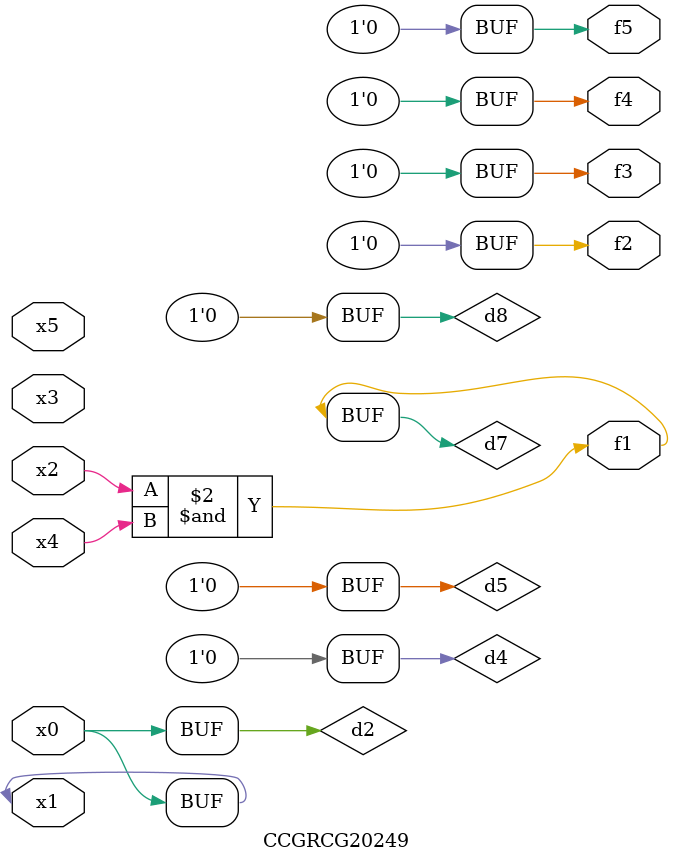
<source format=v>
module CCGRCG20249(
	input x0, x1, x2, x3, x4, x5,
	output f1, f2, f3, f4, f5
);

	wire d1, d2, d3, d4, d5, d6, d7, d8, d9;

	nand (d1, x1);
	buf (d2, x0, x1);
	nand (d3, x2, x4);
	and (d4, d1, d2);
	and (d5, d1, d2);
	nand (d6, d1, d3);
	not (d7, d3);
	xor (d8, d5);
	nor (d9, d5, d6);
	assign f1 = d7;
	assign f2 = d8;
	assign f3 = d8;
	assign f4 = d8;
	assign f5 = d8;
endmodule

</source>
